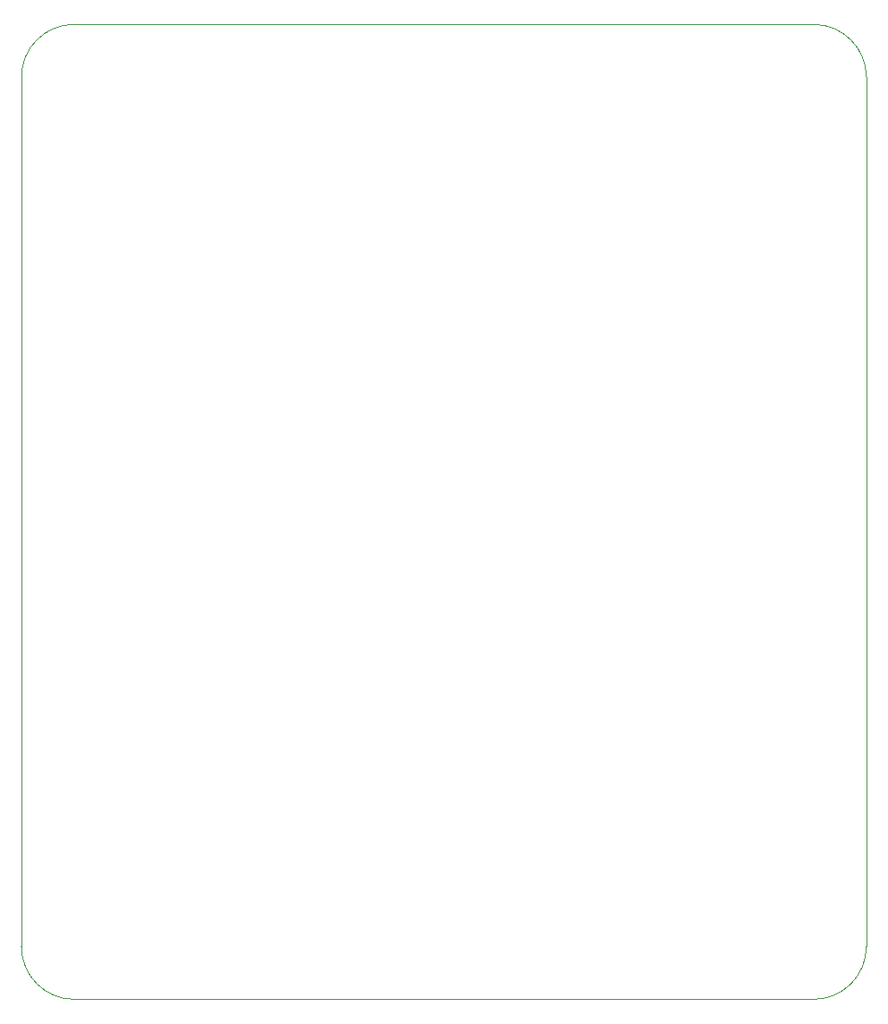
<source format=gbr>
%TF.GenerationSoftware,KiCad,Pcbnew,9.0.0*%
%TF.CreationDate,2025-03-24T22:57:22+01:00*%
%TF.ProjectId,Motor_driver,4d6f746f-725f-4647-9269-7665722e6b69,rev?*%
%TF.SameCoordinates,Original*%
%TF.FileFunction,Profile,NP*%
%FSLAX46Y46*%
G04 Gerber Fmt 4.6, Leading zero omitted, Abs format (unit mm)*
G04 Created by KiCad (PCBNEW 9.0.0) date 2025-03-24 22:57:22*
%MOMM*%
%LPD*%
G01*
G04 APERTURE LIST*
%TA.AperFunction,Profile*%
%ADD10C,0.050000*%
%TD*%
G04 APERTURE END LIST*
D10*
X70000000Y-56000000D02*
X140000000Y-56000000D01*
X140000000Y-148302944D02*
X70000000Y-148302944D01*
X145000000Y-143302944D02*
G75*
G02*
X140000000Y-148302940I-5000000J4D01*
G01*
X65000000Y-143302944D02*
X65000000Y-61000000D01*
X140000000Y-56000000D02*
G75*
G02*
X145000000Y-61000000I0J-5000000D01*
G01*
X65000000Y-61000000D02*
G75*
G02*
X70000000Y-56000000I5000000J0D01*
G01*
X70000000Y-148302944D02*
G75*
G02*
X64999956Y-143302944I0J5000044D01*
G01*
X145000000Y-61000000D02*
X145000000Y-143302944D01*
M02*

</source>
